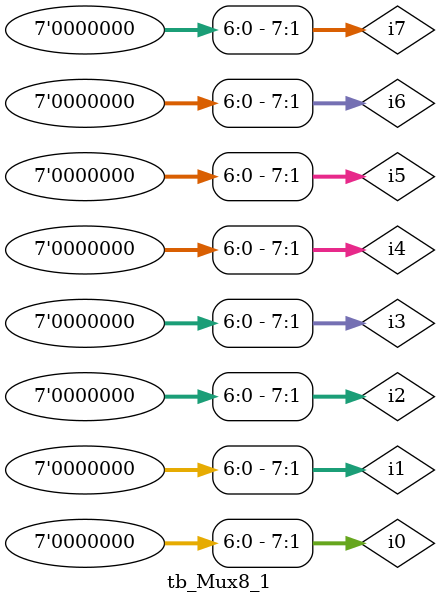
<source format=v>

module tb_Mux8_1;
	reg[7:0] i0,i1,i2,i3,i4,i5,i6,i7;
	reg s0,s1,s2;
	wire[7:0]y; 
	
	Mux8_1 uut (
		.a(i0), 
		.b(i1), 
		.c(i2), 
		.d(i3), 
		.e(i4),
		.f(i5),
		.g(i6),
		.h(i7), 
		.s0(s0), 
		.s1(s1),
		.s2(s2), 
		.y(y) );

	initial 
	begin
		// Initialize Inputs
		i0 = 0;
		i1 = 0;
		i2 = 0;
		i3 = 0;
		i4 = 0;
		i5 = 0;
		i6 = 0;
		i7 = 0;
		s0 = 0;
		s1 = 0;
		s2 = 0;
		// Wait 100 ns for global reset to finish
		#10;	
	end
	
	always
	begin
	#10 i0=$random;
		i1=$random;
		i2=$random;
		i3=$random;
		i4=$random;
		i5=$random;
		i6=$random;
		i7=$random;
		s0=$random;
		s1=$random;
		s2=$random;
		$display("s2=%d,s1=%d,s0=%d",s2,s1,s0);
	end
      
endmodule :tb_Mux8_1
</source>
